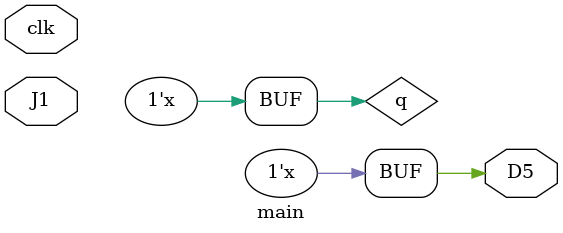
<source format=v>
module main ( input clk, input [3:0] J1, output D5 );

reg q;

// inferred latch
//
// A latch is inferred within a combinatorial block 
// when there are situations in which it is not
// not assigned to a value. The latch is necessary
// since it must keep its old value.
always @(*) 
    if (J2[1])
        q = J1[0]; 


assign D5 = q;

endmodule

</source>
